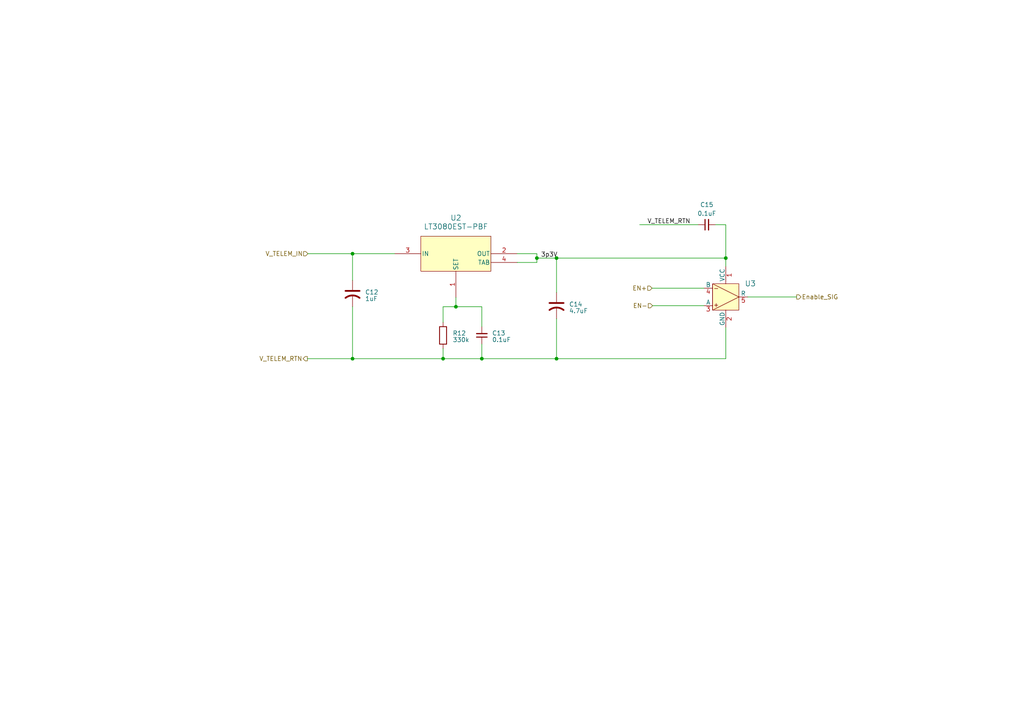
<source format=kicad_sch>
(kicad_sch
	(version 20250114)
	(generator "eeschema")
	(generator_version "9.0")
	(uuid "1441220c-bf1c-4bc8-8b2c-3326fd6ca38f")
	(paper "A4")
	(lib_symbols
		(symbol "Analog_Dev:LT3080EST-PBF"
			(pin_names
				(offset 0.254)
			)
			(exclude_from_sim no)
			(in_bom yes)
			(on_board yes)
			(property "Reference" "U"
				(at 10.16 16.51 0)
				(effects
					(font
						(size 1.524 1.524)
					)
				)
			)
			(property "Value" "LT3080EST-PBF"
				(at 10.16 13.97 0)
				(effects
					(font
						(size 1.524 1.524)
					)
				)
			)
			(property "Footprint" "SOT-3_ST_LIT"
				(at -14.224 13.208 0)
				(effects
					(font
						(size 1.27 1.27)
						(italic yes)
					)
					(hide yes)
				)
			)
			(property "Datasheet" "https://www.analog.com/media/en/technical-documentation/data-sheets/lt3080.pdf"
				(at -10.922 19.558 0)
				(effects
					(font
						(size 1.27 1.27)
						(italic yes)
					)
					(hide yes)
				)
			)
			(property "Description" "IC REG LIN POS ADJ 1.1A SOT223-3"
				(at -17.78 6.35 0)
				(effects
					(font
						(size 1.27 1.27)
					)
					(hide yes)
				)
			)
			(property "Manufacturer" "Analog Devices Inc."
				(at 0 0 0)
				(effects
					(font
						(size 1.27 1.27)
					)
					(hide yes)
				)
			)
			(property "Man. Part Num" "LT3080EST#PBF"
				(at 0 0 0)
				(effects
					(font
						(size 1.27 1.27)
					)
					(hide yes)
				)
			)
			(property "Distributor" "Digi-Key"
				(at 0 0 0)
				(effects
					(font
						(size 1.27 1.27)
					)
					(hide yes)
				)
			)
			(property "Dist. Part Num" "505-LT3080EST#PBF-ND"
				(at 0 0 0)
				(effects
					(font
						(size 1.27 1.27)
					)
					(hide yes)
				)
			)
			(property "Part Type" "SMD"
				(at 0 0 0)
				(effects
					(font
						(size 1.27 1.27)
					)
					(hide yes)
				)
			)
			(property "Package" "SOT223-3"
				(at 0 0 0)
				(effects
					(font
						(size 1.27 1.27)
					)
					(hide yes)
				)
			)
			(property "Notes" ""
				(at 0 0 0)
				(effects
					(font
						(size 1.27 1.27)
					)
					(hide yes)
				)
			)
			(property "ki_keywords" "LT3080EST#PBF"
				(at 0 0 0)
				(effects
					(font
						(size 1.27 1.27)
					)
					(hide yes)
				)
			)
			(property "ki_fp_filters" "SOT-3_ST_LIT SOT-3_ST_LIT-M SOT-3_ST_LIT-L"
				(at 0 0 0)
				(effects
					(font
						(size 1.27 1.27)
					)
					(hide yes)
				)
			)
			(symbol "LT3080EST-PBF_0_1"
				(pin power_in line
					(at -7.62 5.08 0)
					(length 7.62)
					(name "IN"
						(effects
							(font
								(size 1.27 1.27)
							)
						)
					)
					(number "3"
						(effects
							(font
								(size 1.27 1.27)
							)
						)
					)
				)
				(pin input line
					(at 10.16 -7.62 90)
					(length 7.62)
					(name "SET"
						(effects
							(font
								(size 1.27 1.27)
							)
						)
					)
					(number "1"
						(effects
							(font
								(size 1.27 1.27)
							)
						)
					)
				)
				(pin output line
					(at 27.94 5.08 180)
					(length 7.62)
					(name "OUT"
						(effects
							(font
								(size 1.27 1.27)
							)
						)
					)
					(number "2"
						(effects
							(font
								(size 1.27 1.27)
							)
						)
					)
				)
			)
			(symbol "LT3080EST-PBF_1_1"
				(rectangle
					(start 0 10.16)
					(end 20.32 0)
					(stroke
						(width 0)
						(type default)
					)
					(fill
						(type background)
					)
				)
				(pin output line
					(at 27.94 2.54 180)
					(length 7.62)
					(name "TAB"
						(effects
							(font
								(size 1.27 1.27)
							)
						)
					)
					(number "4"
						(effects
							(font
								(size 1.27 1.27)
							)
						)
					)
				)
			)
			(embedded_fonts no)
		)
		(symbol "Passive_Parts:C"
			(pin_numbers
				(hide yes)
			)
			(pin_names
				(offset 0)
				(hide yes)
			)
			(exclude_from_sim no)
			(in_bom yes)
			(on_board yes)
			(property "Reference" "C"
				(at 2.54 5.08 0)
				(effects
					(font
						(size 1.27 1.27)
					)
				)
			)
			(property "Value" ""
				(at 0 0 0)
				(effects
					(font
						(size 1.27 1.27)
					)
				)
			)
			(property "Footprint" ""
				(at 0 0 0)
				(effects
					(font
						(size 1.27 1.27)
					)
					(hide yes)
				)
			)
			(property "Datasheet" ""
				(at 0 0 0)
				(effects
					(font
						(size 1.27 1.27)
					)
					(hide yes)
				)
			)
			(property "Description" ""
				(at 0 0 0)
				(effects
					(font
						(size 1.27 1.27)
					)
					(hide yes)
				)
			)
			(property "Manufacturer" ""
				(at 0 0 0)
				(effects
					(font
						(size 1.27 1.27)
					)
					(hide yes)
				)
			)
			(property "Man. Part Num" ""
				(at 0 0 0)
				(effects
					(font
						(size 1.27 1.27)
					)
					(hide yes)
				)
			)
			(property "Distributor" "Digi-Key"
				(at 0 0 0)
				(effects
					(font
						(size 1.27 1.27)
					)
					(hide yes)
				)
			)
			(property "Dist. Part Num" ""
				(at 0 0 0)
				(effects
					(font
						(size 1.27 1.27)
					)
					(hide yes)
				)
			)
			(property "Package" ""
				(at 0 0 0)
				(effects
					(font
						(size 1.27 1.27)
					)
					(hide yes)
				)
			)
			(property "Part Type" "SMD"
				(at 0 0 0)
				(effects
					(font
						(size 1.27 1.27)
					)
					(hide yes)
				)
			)
			(property "Notes" ""
				(at 0 0 0)
				(effects
					(font
						(size 1.27 1.27)
					)
					(hide yes)
				)
			)
			(symbol "C_0_1"
				(polyline
					(pts
						(xy 2.032 1.016) (xy 2.032 4.064)
					)
					(stroke
						(width 0.3048)
						(type default)
					)
					(fill
						(type none)
					)
				)
				(polyline
					(pts
						(xy 3.048 1.016) (xy 3.048 4.064)
					)
					(stroke
						(width 0.3302)
						(type default)
					)
					(fill
						(type none)
					)
				)
			)
			(symbol "C_1_1"
				(pin passive line
					(at 0 2.54 0)
					(length 2.032)
					(name "~"
						(effects
							(font
								(size 1.27 1.27)
							)
						)
					)
					(number "1"
						(effects
							(font
								(size 1.27 1.27)
							)
						)
					)
				)
				(pin passive line
					(at 5.08 2.54 180)
					(length 2.032)
					(name "~"
						(effects
							(font
								(size 1.27 1.27)
							)
						)
					)
					(number "2"
						(effects
							(font
								(size 1.27 1.27)
							)
						)
					)
				)
			)
			(embedded_fonts no)
		)
		(symbol "Passive_Parts:C_Tantalum"
			(pin_numbers
				(hide yes)
			)
			(pin_names
				(offset 0)
				(hide yes)
			)
			(exclude_from_sim no)
			(in_bom yes)
			(on_board yes)
			(property "Reference" "C"
				(at 0 0 0)
				(effects
					(font
						(size 1.27 1.27)
					)
				)
			)
			(property "Value" ""
				(at 0 0 0)
				(effects
					(font
						(size 1.27 1.27)
					)
				)
			)
			(property "Footprint" ""
				(at 0 0 0)
				(effects
					(font
						(size 1.27 1.27)
					)
					(hide yes)
				)
			)
			(property "Datasheet" ""
				(at 0 0 0)
				(effects
					(font
						(size 1.27 1.27)
					)
					(hide yes)
				)
			)
			(property "Description" ""
				(at 0 0 0)
				(effects
					(font
						(size 1.27 1.27)
					)
					(hide yes)
				)
			)
			(property "Manufacturer" ""
				(at 0 0 0)
				(effects
					(font
						(size 1.27 1.27)
					)
					(hide yes)
				)
			)
			(property "Man. Part Num" ""
				(at 0 0 0)
				(effects
					(font
						(size 1.27 1.27)
					)
					(hide yes)
				)
			)
			(property "Distributor" "Digi-Key"
				(at 0 0 0)
				(effects
					(font
						(size 1.27 1.27)
					)
					(hide yes)
				)
			)
			(property "Dist. Part Num" ""
				(at 0 0 0)
				(effects
					(font
						(size 1.27 1.27)
					)
					(hide yes)
				)
			)
			(property "Part Type" ""
				(at 0 0 0)
				(effects
					(font
						(size 1.27 1.27)
					)
					(hide yes)
				)
			)
			(property "Package" ""
				(at 0 0 0)
				(effects
					(font
						(size 1.27 1.27)
					)
					(hide yes)
				)
			)
			(property "Notes" ""
				(at 0 0 0)
				(effects
					(font
						(size 1.27 1.27)
					)
					(hide yes)
				)
			)
			(symbol "C_Tantalum_0_1"
				(polyline
					(pts
						(xy 4.318 0.508) (xy 4.318 4.572)
					)
					(stroke
						(width 0.508)
						(type default)
					)
					(fill
						(type none)
					)
				)
				(arc
					(start 6.35 0.508)
					(mid 5.6372 2.54)
					(end 6.35 4.572)
					(stroke
						(width 0.508)
						(type default)
					)
					(fill
						(type none)
					)
				)
			)
			(symbol "C_Tantalum_1_1"
				(pin passive line
					(at 1.27 2.54 0)
					(length 2.794)
					(name "~"
						(effects
							(font
								(size 1.27 1.27)
							)
						)
					)
					(number "1"
						(effects
							(font
								(size 1.27 1.27)
							)
						)
					)
				)
				(pin passive line
					(at 8.89 2.54 180)
					(length 3.302)
					(name "~"
						(effects
							(font
								(size 1.27 1.27)
							)
						)
					)
					(number "2"
						(effects
							(font
								(size 1.27 1.27)
							)
						)
					)
				)
			)
			(embedded_fonts no)
		)
		(symbol "Passive_Parts:R"
			(pin_numbers
				(hide yes)
			)
			(pin_names
				(offset 0)
				(hide yes)
			)
			(exclude_from_sim no)
			(in_bom yes)
			(on_board yes)
			(property "Reference" "R"
				(at 2.54 5.08 0)
				(effects
					(font
						(size 1.27 1.27)
					)
				)
			)
			(property "Value" ""
				(at 0 0 0)
				(effects
					(font
						(size 1.27 1.27)
					)
				)
			)
			(property "Footprint" ""
				(at 0 0 0)
				(effects
					(font
						(size 1.27 1.27)
					)
					(hide yes)
				)
			)
			(property "Datasheet" ""
				(at 0 0 0)
				(effects
					(font
						(size 1.27 1.27)
					)
					(hide yes)
				)
			)
			(property "Description" ""
				(at 0 0 0)
				(effects
					(font
						(size 1.27 1.27)
					)
					(hide yes)
				)
			)
			(property "Manufacturer" ""
				(at 0 0 0)
				(effects
					(font
						(size 1.27 1.27)
					)
					(hide yes)
				)
			)
			(property "Man. Part Num" ""
				(at 0 0 0)
				(effects
					(font
						(size 1.27 1.27)
					)
					(hide yes)
				)
			)
			(property "Distributor" "Digi-Key"
				(at 0 0 0)
				(effects
					(font
						(size 1.27 1.27)
					)
					(hide yes)
				)
			)
			(property "Dist. Part Num" ""
				(at 0 0 0)
				(effects
					(font
						(size 1.27 1.27)
					)
					(hide yes)
				)
			)
			(property "Part Type" "SMD"
				(at 0 0 0)
				(effects
					(font
						(size 1.27 1.27)
					)
					(hide yes)
				)
			)
			(property "Notes" ""
				(at 0 0 0)
				(effects
					(font
						(size 1.27 1.27)
					)
					(hide yes)
				)
			)
			(property "Package" ""
				(at 0 0 0)
				(effects
					(font
						(size 1.27 1.27)
					)
					(hide yes)
				)
			)
			(symbol "R_0_1"
				(rectangle
					(start 5.08 1.524)
					(end 0 3.556)
					(stroke
						(width 0.254)
						(type default)
					)
					(fill
						(type none)
					)
				)
			)
			(symbol "R_1_1"
				(pin passive line
					(at -1.27 2.54 0)
					(length 1.27)
					(name "~"
						(effects
							(font
								(size 1.27 1.27)
							)
						)
					)
					(number "1"
						(effects
							(font
								(size 1.27 1.27)
							)
						)
					)
				)
				(pin passive line
					(at 6.35 2.54 180)
					(length 1.27)
					(name "~"
						(effects
							(font
								(size 1.27 1.27)
							)
						)
					)
					(number "2"
						(effects
							(font
								(size 1.27 1.27)
							)
						)
					)
				)
			)
			(embedded_fonts no)
		)
		(symbol "Texas Instruments:SN65LVDS2DBVR"
			(pin_names
				(offset 0)
			)
			(exclude_from_sim no)
			(in_bom yes)
			(on_board yes)
			(property "Reference" "U"
				(at 7.366 -2.54 0)
				(effects
					(font
						(size 1.524 1.524)
					)
				)
			)
			(property "Value" "SN65LVDS2DBVR"
				(at 16.002 -6.604 0)
				(effects
					(font
						(size 1.524 1.524)
					)
					(hide yes)
				)
			)
			(property "Footprint" "Texas Instruments:DBV5"
				(at 25.654 15.24 0)
				(effects
					(font
						(size 1.27 1.27)
						(italic yes)
					)
					(hide yes)
				)
			)
			(property "Datasheet" "https://www.ti.com/lit/ds/symlink/sn65lvds1.pdf?HQS=dis-dk-null-digikeymode-dsf-pf-null-wwe&ts=1743962241896&ref_url=https%253A%252F%252Fwww.ti.com%252Fgeneral%252Fdocs%252Fsuppproductinfo.tsp%253FdistId%253D10%2526gotoUrl%253Dhttps%253A%252F%252Fwww.ti.com%252Flit%252Fgpn%252Fsn65lvds1"
				(at 24.638 12.446 0)
				(effects
					(font
						(size 1.27 1.27)
						(italic yes)
					)
					(hide yes)
				)
			)
			(property "Description" "0/1 Receiver LVDS SOT-23-5"
				(at 12.7 -13.97 0)
				(effects
					(font
						(size 1.27 1.27)
					)
					(hide yes)
				)
			)
			(property "Manufacturer" "Texas Instruments"
				(at 0 0 0)
				(effects
					(font
						(size 1.27 1.27)
					)
					(hide yes)
				)
			)
			(property "Man. Part Num" "SN65LVDS2DBVR"
				(at 0 0 0)
				(effects
					(font
						(size 1.27 1.27)
					)
					(hide yes)
				)
			)
			(property "Distributor" "Digi-Key"
				(at 0 0 0)
				(effects
					(font
						(size 1.27 1.27)
					)
					(hide yes)
				)
			)
			(property "Dist. Part Num" "296-6920-1-ND"
				(at 0 0 0)
				(effects
					(font
						(size 1.27 1.27)
					)
					(hide yes)
				)
			)
			(property "Part Type" "SMD"
				(at 0 0 0)
				(effects
					(font
						(size 1.27 1.27)
					)
					(hide yes)
				)
			)
			(property "Package" "SOT-23-5"
				(at 0 0 0)
				(effects
					(font
						(size 1.27 1.27)
					)
					(hide yes)
				)
			)
			(property "Notes" ""
				(at 0 0 0)
				(effects
					(font
						(size 1.27 1.27)
					)
					(hide yes)
				)
			)
			(property "ki_keywords" "SN65LVDS2DBVR"
				(at 0 0 0)
				(effects
					(font
						(size 1.27 1.27)
					)
					(hide yes)
				)
			)
			(property "ki_fp_filters" "DBV5 DBV5-M DBV5-L"
				(at 0 0 0)
				(effects
					(font
						(size 1.27 1.27)
					)
					(hide yes)
				)
			)
			(symbol "SN65LVDS2DBVR_1_1"
				(rectangle
					(start 0 7.62)
					(end 7.62 0)
					(stroke
						(width 0)
						(type default)
					)
					(fill
						(type background)
					)
				)
				(polyline
					(pts
						(xy 0 0) (xy 0 7.62) (xy 7.62 3.81) (xy 0 0)
					)
					(stroke
						(width 0)
						(type default)
					)
					(fill
						(type none)
					)
				)
				(text "-"
					(at 1.016 6.35 0)
					(effects
						(font
							(size 1.27 1.27)
						)
					)
				)
				(text "+"
					(at 1.016 1.524 0)
					(effects
						(font
							(size 1.27 1.27)
						)
					)
				)
				(pin input line
					(at -2.54 6.35 0)
					(length 2.54)
					(name "B"
						(effects
							(font
								(size 1.27 1.27)
							)
						)
					)
					(number "4"
						(effects
							(font
								(size 1.27 1.27)
							)
						)
					)
				)
				(pin input line
					(at -2.54 1.27 0)
					(length 2.54)
					(name "A"
						(effects
							(font
								(size 1.27 1.27)
							)
						)
					)
					(number "3"
						(effects
							(font
								(size 1.27 1.27)
							)
						)
					)
				)
				(pin power_in line
					(at 3.81 12.7 270)
					(length 5.08)
					(name "VCC"
						(effects
							(font
								(size 1.27 1.27)
							)
						)
					)
					(number "1"
						(effects
							(font
								(size 1.27 1.27)
							)
						)
					)
				)
				(pin power_in line
					(at 3.81 -5.08 90)
					(length 5.08)
					(name "GND"
						(effects
							(font
								(size 1.27 1.27)
							)
						)
					)
					(number "2"
						(effects
							(font
								(size 1.27 1.27)
							)
						)
					)
				)
				(pin output line
					(at 10.16 3.81 180)
					(length 2.54)
					(name "R"
						(effects
							(font
								(size 1.27 1.27)
							)
						)
					)
					(number "5"
						(effects
							(font
								(size 1.27 1.27)
							)
						)
					)
				)
			)
			(embedded_fonts no)
		)
	)
	(junction
		(at 102.2504 104.0337)
		(diameter 0)
		(color 0 0 0 0)
		(uuid "0b2d677e-401d-4953-8edc-9ad36ed73f11")
	)
	(junction
		(at 161.4155 74.8585)
		(diameter 0)
		(color 0 0 0 0)
		(uuid "0e1b9bda-6803-454c-ac0b-b41be3c99702")
	)
	(junction
		(at 132.2312 88.9682)
		(diameter 0)
		(color 0 0 0 0)
		(uuid "3ec9b077-7597-4d71-9449-96fbceb58489")
	)
	(junction
		(at 155.7169 74.8585)
		(diameter 0)
		(color 0 0 0 0)
		(uuid "4e9f8f44-0bbe-41a5-a97f-11f39098a4fb")
	)
	(junction
		(at 102.2504 73.5827)
		(diameter 0)
		(color 0 0 0 0)
		(uuid "59c3472a-472b-4183-bcb7-974038ae36d2")
	)
	(junction
		(at 161.4155 104.0337)
		(diameter 0)
		(color 0 0 0 0)
		(uuid "8231ae32-9de4-4db8-8770-4c544d1efb4b")
	)
	(junction
		(at 128.5128 104.0337)
		(diameter 0)
		(color 0 0 0 0)
		(uuid "9af00210-4725-4063-a03d-586f6541612b")
	)
	(junction
		(at 210.5079 74.8585)
		(diameter 0)
		(color 0 0 0 0)
		(uuid "a42a27a4-197f-4fdb-9ec9-22f4e35be006")
	)
	(junction
		(at 139.7491 104.0337)
		(diameter 0)
		(color 0 0 0 0)
		(uuid "c6a10550-ddfc-4b1d-8c7b-d4df66639143")
	)
	(wire
		(pts
			(xy 155.7169 73.5827) (xy 155.7169 74.8585)
		)
		(stroke
			(width 0)
			(type default)
		)
		(uuid "0f0d10d3-d130-45f5-84db-fcb333994911")
	)
	(wire
		(pts
			(xy 216.8579 86.129) (xy 231.0665 86.129)
		)
		(stroke
			(width 0)
			(type default)
		)
		(uuid "0fb5e6be-76ee-46fb-85d6-e68c9c554272")
	)
	(wire
		(pts
			(xy 139.7491 104.0337) (xy 128.5128 104.0337)
		)
		(stroke
			(width 0)
			(type default)
		)
		(uuid "3488af20-81d6-49e7-a21b-8f04f48544b4")
	)
	(wire
		(pts
			(xy 128.5128 93.4751) (xy 128.5128 88.9682)
		)
		(stroke
			(width 0)
			(type default)
		)
		(uuid "37661486-a66d-4e20-a2e0-d73f77b8cd95")
	)
	(wire
		(pts
			(xy 207.5391 65.18) (xy 210.5079 65.18)
		)
		(stroke
			(width 0)
			(type default)
		)
		(uuid "44202349-cafa-40f5-b022-e8fe0ae3ee07")
	)
	(wire
		(pts
			(xy 128.5128 88.9682) (xy 132.2312 88.9682)
		)
		(stroke
			(width 0)
			(type default)
		)
		(uuid "47dbc6d4-c0a2-415e-803c-e859e04cc4c9")
	)
	(wire
		(pts
			(xy 139.7491 88.9682) (xy 132.2312 88.9682)
		)
		(stroke
			(width 0)
			(type default)
		)
		(uuid "5a99e415-045b-4698-a22e-02d93efeccb2")
	)
	(wire
		(pts
			(xy 132.2312 88.9682) (xy 132.2312 86.2827)
		)
		(stroke
			(width 0)
			(type default)
		)
		(uuid "5d2757a5-9b08-44c0-945b-f4fab21857ee")
	)
	(wire
		(pts
			(xy 102.2504 73.5827) (xy 89.3087 73.5827)
		)
		(stroke
			(width 0)
			(type default)
		)
		(uuid "60e765c6-9dbf-4ce6-a778-e0df9b749870")
	)
	(wire
		(pts
			(xy 102.2504 81.3194) (xy 102.2504 73.5827)
		)
		(stroke
			(width 0)
			(type default)
		)
		(uuid "6750108d-8713-4cbf-a338-5253daf54528")
	)
	(wire
		(pts
			(xy 155.7169 74.8585) (xy 161.4155 74.8585)
		)
		(stroke
			(width 0)
			(type default)
		)
		(uuid "75bb831e-493a-4ec2-95b5-c4d8a6c65922")
	)
	(wire
		(pts
			(xy 102.2504 73.5827) (xy 114.4512 73.5827)
		)
		(stroke
			(width 0)
			(type default)
		)
		(uuid "77639d8a-ae37-4a4e-a187-ba656a594b09")
	)
	(wire
		(pts
			(xy 128.5128 104.0337) (xy 128.5128 101.0951)
		)
		(stroke
			(width 0)
			(type default)
		)
		(uuid "7e84ba83-17e1-42fc-a8ae-b11ad767377a")
	)
	(wire
		(pts
			(xy 204.1579 83.589) (xy 189.1242 83.589)
		)
		(stroke
			(width 0)
			(type default)
		)
		(uuid "84728a91-c5ec-43b3-8287-445f09f50299")
	)
	(wire
		(pts
			(xy 210.5079 65.18) (xy 210.5079 74.8585)
		)
		(stroke
			(width 0)
			(type default)
		)
		(uuid "8bf54fcf-68ac-4f55-b4a4-8609059ad8cc")
	)
	(wire
		(pts
			(xy 150.0112 73.5827) (xy 155.7169 73.5827)
		)
		(stroke
			(width 0)
			(type default)
		)
		(uuid "953dae32-13bd-42e5-a892-f0b1a67cf50f")
	)
	(wire
		(pts
			(xy 202.4591 65.18) (xy 185.536 65.18)
		)
		(stroke
			(width 0)
			(type default)
		)
		(uuid "9a7fe50a-9e13-4733-9515-006676400cbf")
	)
	(wire
		(pts
			(xy 204.1579 88.669) (xy 189.2782 88.669)
		)
		(stroke
			(width 0)
			(type default)
		)
		(uuid "9ae6d37d-3e0f-4032-9f49-6d9184e184bd")
	)
	(wire
		(pts
			(xy 155.7169 76.1227) (xy 150.0112 76.1227)
		)
		(stroke
			(width 0)
			(type default)
		)
		(uuid "b0eb45a6-65ed-40a5-b315-b4a97e4020ab")
	)
	(wire
		(pts
			(xy 210.5079 74.8585) (xy 210.5079 77.239)
		)
		(stroke
			(width 0)
			(type default)
		)
		(uuid "b1e881f0-6e45-4ff9-a5c8-e8b00a075dcb")
	)
	(wire
		(pts
			(xy 155.7169 74.8585) (xy 155.7169 76.1227)
		)
		(stroke
			(width 0)
			(type default)
		)
		(uuid "bd3501c3-6435-4e8c-876c-fb4bfa8f164e")
	)
	(wire
		(pts
			(xy 102.2504 104.0337) (xy 102.2504 88.9394)
		)
		(stroke
			(width 0)
			(type default)
		)
		(uuid "be5ba5d2-8eed-4451-8122-378babd2ce98")
	)
	(wire
		(pts
			(xy 161.4155 104.0337) (xy 139.7491 104.0337)
		)
		(stroke
			(width 0)
			(type default)
		)
		(uuid "cbdf0bbc-5565-49ef-9821-0726b9e7bd3a")
	)
	(wire
		(pts
			(xy 161.4155 74.8585) (xy 210.5079 74.8585)
		)
		(stroke
			(width 0)
			(type default)
		)
		(uuid "ccc99978-f77b-4528-909d-a38744c5deec")
	)
	(wire
		(pts
			(xy 161.4155 84.834) (xy 161.4155 74.8585)
		)
		(stroke
			(width 0)
			(type default)
		)
		(uuid "ceafc134-bea1-48cd-8cd4-5c881b74d311")
	)
	(wire
		(pts
			(xy 102.2504 104.0337) (xy 128.5128 104.0337)
		)
		(stroke
			(width 0)
			(type default)
		)
		(uuid "cee7caaf-33dd-451a-aaf5-be8eb0da0451")
	)
	(wire
		(pts
			(xy 161.4155 92.454) (xy 161.4155 104.0337)
		)
		(stroke
			(width 0)
			(type default)
		)
		(uuid "d9f6d184-06bc-4c2b-9bee-7996cf63b399")
	)
	(wire
		(pts
			(xy 210.5079 95.019) (xy 210.5079 104.0337)
		)
		(stroke
			(width 0)
			(type default)
		)
		(uuid "e3e5afa2-465f-4cf4-9814-2214b86aff0e")
	)
	(wire
		(pts
			(xy 139.7491 94.7308) (xy 139.7491 88.9682)
		)
		(stroke
			(width 0)
			(type default)
		)
		(uuid "f2815930-ac3a-408f-8092-fd6144e8360f")
	)
	(wire
		(pts
			(xy 139.7491 99.8108) (xy 139.7491 104.0337)
		)
		(stroke
			(width 0)
			(type default)
		)
		(uuid "f787b9e9-ffad-481a-ac53-23f37c26f491")
	)
	(wire
		(pts
			(xy 210.5079 104.0337) (xy 161.4155 104.0337)
		)
		(stroke
			(width 0)
			(type default)
		)
		(uuid "fa699b11-57c9-4cdc-bb7d-e20d1872a022")
	)
	(wire
		(pts
			(xy 89.1546 104.0337) (xy 102.2504 104.0337)
		)
		(stroke
			(width 0)
			(type default)
		)
		(uuid "fdca15a7-a2d7-46e3-a55d-546862858bf1")
	)
	(label "V_TELEM_RTN"
		(at 187.7316 65.18 0)
		(effects
			(font
				(size 1.27 1.27)
			)
			(justify left bottom)
		)
		(uuid "59ec8683-2be5-4fbc-bd2c-f4bc9d52c226")
	)
	(label "3p3V"
		(at 156.8725 74.8585 0)
		(effects
			(font
				(size 1.27 1.27)
			)
			(justify left bottom)
		)
		(uuid "f7b5086f-3470-403c-9618-fbab5854c826")
	)
	(hierarchical_label "V_TELEM_IN"
		(shape input)
		(at 89.3087 73.5827 180)
		(effects
			(font
				(size 1.27 1.27)
			)
			(justify right)
		)
		(uuid "2dfef5cb-303d-4a68-a668-83328e408829")
	)
	(hierarchical_label "Enable_SIG"
		(shape output)
		(at 231.0665 86.129 0)
		(effects
			(font
				(size 1.27 1.27)
			)
			(justify left)
		)
		(uuid "3218775d-8990-49a3-927c-8366a2e3930b")
	)
	(hierarchical_label "V_TELEM_RTN"
		(shape output)
		(at 89.1546 104.0337 180)
		(effects
			(font
				(size 1.27 1.27)
			)
			(justify right)
		)
		(uuid "3de18445-3e5a-4526-8aa8-134798c0b55d")
	)
	(hierarchical_label "EN+"
		(shape input)
		(at 189.1242 83.589 180)
		(effects
			(font
				(size 1.27 1.27)
			)
			(justify right)
		)
		(uuid "73a6177e-dcfa-4420-bd8e-b1b7d50c8668")
	)
	(hierarchical_label "EN-"
		(shape input)
		(at 189.2782 88.669 180)
		(effects
			(font
				(size 1.27 1.27)
			)
			(justify right)
		)
		(uuid "f003680c-17fc-4719-9c14-d68a6f4b8af8")
	)
	(symbol
		(lib_id "Passive_Parts:R")
		(at 131.0528 99.8251 90)
		(unit 1)
		(exclude_from_sim no)
		(in_bom yes)
		(on_board yes)
		(dnp no)
		(fields_autoplaced yes)
		(uuid "3179b217-b01c-4bec-8291-6a314251ad87")
		(property "Reference" "R12"
			(at 131.272 96.65 90)
			(effects
				(font
					(size 1.27 1.27)
				)
				(justify right)
			)
		)
		(property "Value" "330k"
			(at 131.272 98.5551 90)
			(effects
				(font
					(size 1.27 1.27)
				)
				(justify right)
			)
		)
		(property "Footprint" "Resistor_SMD:R_0603_1608Metric"
			(at 131.0528 99.8251 0)
			(effects
				(font
					(size 1.27 1.27)
				)
				(hide yes)
			)
		)
		(property "Datasheet" "https://industrial.panasonic.com/cdbs/www-data/pdf/RDM0000/AOA0000C307.pdf"
			(at 131.0528 99.8251 0)
			(effects
				(font
					(size 1.27 1.27)
				)
				(hide yes)
			)
		)
		(property "Description" "330 kOhms ±0.1% 0.1W, 1/10W Chip Resistor 0603 (1608 Metric) Automotive AEC-Q200 Thin Film"
			(at 131.0528 99.8251 0)
			(effects
				(font
					(size 1.27 1.27)
				)
				(hide yes)
			)
		)
		(property "Manufacturer" "Panasonic Electronic Components"
			(at 131.0528 99.8251 0)
			(effects
				(font
					(size 1.27 1.27)
				)
				(hide yes)
			)
		)
		(property "Man. Part Num" "ERA-3AEB334V"
			(at 131.0528 99.8251 0)
			(effects
				(font
					(size 1.27 1.27)
				)
				(hide yes)
			)
		)
		(property "Distributor" "Digi-Key"
			(at 131.0528 99.8251 0)
			(effects
				(font
					(size 1.27 1.27)
				)
				(hide yes)
			)
		)
		(property "Dist. Part Num" "P330KDBCT-ND"
			(at 131.0528 99.8251 0)
			(effects
				(font
					(size 1.27 1.27)
				)
				(hide yes)
			)
		)
		(property "Part Type" "SMD"
			(at 131.0528 99.8251 0)
			(effects
				(font
					(size 1.27 1.27)
				)
				(hide yes)
			)
		)
		(property "Notes" ""
			(at 131.0528 99.8251 0)
			(effects
				(font
					(size 1.27 1.27)
				)
				(hide yes)
			)
		)
		(property "Package" "0603 (1608 Metric)"
			(at 131.0528 99.8251 0)
			(effects
				(font
					(size 1.27 1.27)
				)
				(hide yes)
			)
		)
		(pin "2"
			(uuid "98fbc507-662d-490e-913d-7c5729999f03")
		)
		(pin "1"
			(uuid "97ea2a02-8fc3-42a9-8fef-10045cb44bf8")
		)
		(instances
			(project ""
				(path "/94df1f99-9187-47ff-8ecb-88b17ef7c541/0eb8a9cf-40b0-44d8-830e-4e15c68355c9"
					(reference "R12")
					(unit 1)
				)
			)
		)
	)
	(symbol
		(lib_id "Passive_Parts:C")
		(at 142.2891 99.8108 90)
		(unit 1)
		(exclude_from_sim no)
		(in_bom yes)
		(on_board yes)
		(dnp no)
		(fields_autoplaced yes)
		(uuid "47311e0e-af51-43a8-b90f-86e8836a464c")
		(property "Reference" "C13"
			(at 142.702 96.6293 90)
			(effects
				(font
					(size 1.27 1.27)
				)
				(justify right)
			)
		)
		(property "Value" "0.1uF"
			(at 142.702 98.5344 90)
			(effects
				(font
					(size 1.27 1.27)
				)
				(justify right)
			)
		)
		(property "Footprint" "Capacitor_SMD:C_0603_1608Metric"
			(at 142.2891 99.8108 0)
			(effects
				(font
					(size 1.27 1.27)
				)
				(hide yes)
			)
		)
		(property "Datasheet" "https://www.yageo.com/en/Chart/Download/pdf/CC0603KRX7R7BB104"
			(at 142.2891 99.8108 0)
			(effects
				(font
					(size 1.27 1.27)
				)
				(hide yes)
			)
		)
		(property "Description" "0.1 µF ±10% 16V Ceramic Capacitor X7R 0603 (1608 Metric)"
			(at 142.2891 99.8108 0)
			(effects
				(font
					(size 1.27 1.27)
				)
				(hide yes)
			)
		)
		(property "Manufacturer" "YAGEO"
			(at 142.2891 99.8108 0)
			(effects
				(font
					(size 1.27 1.27)
				)
				(hide yes)
			)
		)
		(property "Man. Part Num" "CC0603KRX7R7BB104"
			(at 142.2891 99.8108 0)
			(effects
				(font
					(size 1.27 1.27)
				)
				(hide yes)
			)
		)
		(property "Distributor" "Digi-Key"
			(at 142.2891 99.8108 0)
			(effects
				(font
					(size 1.27 1.27)
				)
				(hide yes)
			)
		)
		(property "Dist. Part Num" "311-1088-1-ND"
			(at 142.2891 99.8108 0)
			(effects
				(font
					(size 1.27 1.27)
				)
				(hide yes)
			)
		)
		(property "Package" "0603 (1608 Metric)"
			(at 142.2891 99.8108 0)
			(effects
				(font
					(size 1.27 1.27)
				)
				(hide yes)
			)
		)
		(property "Part Type" "SMD"
			(at 142.2891 99.8108 0)
			(effects
				(font
					(size 1.27 1.27)
				)
				(hide yes)
			)
		)
		(property "Notes" ""
			(at 142.2891 99.8108 0)
			(effects
				(font
					(size 1.27 1.27)
				)
				(hide yes)
			)
		)
		(pin "2"
			(uuid "745d5f07-4700-4953-802e-ae1f0eb69304")
		)
		(pin "1"
			(uuid "ce075e10-fc39-475e-b815-f94a44f7a05f")
		)
		(instances
			(project ""
				(path "/94df1f99-9187-47ff-8ecb-88b17ef7c541/0eb8a9cf-40b0-44d8-830e-4e15c68355c9"
					(reference "C13")
					(unit 1)
				)
			)
		)
	)
	(symbol
		(lib_id "Texas Instruments:SN65LVDS2DBVR")
		(at 206.6979 89.939 0)
		(unit 1)
		(exclude_from_sim no)
		(in_bom yes)
		(on_board yes)
		(dnp no)
		(fields_autoplaced yes)
		(uuid "7916ec3a-6b5b-4aa2-b844-41f9b9c03962")
		(property "Reference" "U3"
			(at 217.632 82.2488 0)
			(effects
				(font
					(size 1.524 1.524)
				)
			)
		)
		(property "Value" "SN65LVDS2DBVR"
			(at 222.6999 96.543 0)
			(effects
				(font
					(size 1.524 1.524)
				)
				(hide yes)
			)
		)
		(property "Footprint" "Texas_Instruments:DBV5"
			(at 232.3519 74.699 0)
			(effects
				(font
					(size 1.27 1.27)
					(italic yes)
				)
				(hide yes)
			)
		)
		(property "Datasheet" "https://www.ti.com/lit/ds/symlink/sn65lvds1.pdf?HQS=dis-dk-null-digikeymode-dsf-pf-null-wwe&ts=1743962241896&ref_url=https%253A%252F%252Fwww.ti.com%252Fgeneral%252Fdocs%252Fsuppproductinfo.tsp%253FdistId%253D10%2526gotoUrl%253Dhttps%253A%252F%252Fwww.ti.com%252Flit%252Fgpn%252Fsn65lvds1"
			(at 231.3359 77.493 0)
			(effects
				(font
					(size 1.27 1.27)
					(italic yes)
				)
				(hide yes)
			)
		)
		(property "Description" "0/1 Receiver LVDS SOT-23-5"
			(at 219.3979 103.909 0)
			(effects
				(font
					(size 1.27 1.27)
				)
				(hide yes)
			)
		)
		(property "Manufacturer" "Texas Instruments"
			(at 206.6979 89.939 0)
			(effects
				(font
					(size 1.27 1.27)
				)
				(hide yes)
			)
		)
		(property "Man. Part Num" "SN65LVDS2DBVR"
			(at 206.6979 89.939 0)
			(effects
				(font
					(size 1.27 1.27)
				)
				(hide yes)
			)
		)
		(property "Distributor" "Digi-Key"
			(at 206.6979 89.939 0)
			(effects
				(font
					(size 1.27 1.27)
				)
				(hide yes)
			)
		)
		(property "Dist. Part Num" "296-6920-1-ND"
			(at 206.6979 89.939 0)
			(effects
				(font
					(size 1.27 1.27)
				)
				(hide yes)
			)
		)
		(property "Part Type" "SMD"
			(at 206.6979 89.939 0)
			(effects
				(font
					(size 1.27 1.27)
				)
				(hide yes)
			)
		)
		(property "Package" "SOT-23-5"
			(at 206.6979 89.939 0)
			(effects
				(font
					(size 1.27 1.27)
				)
				(hide yes)
			)
		)
		(property "Notes" ""
			(at 206.6979 89.939 0)
			(effects
				(font
					(size 1.27 1.27)
				)
				(hide yes)
			)
		)
		(pin "2"
			(uuid "44457b45-5fbc-42b6-9957-d4dac7f29b9c")
		)
		(pin "3"
			(uuid "9bc92f50-c56e-4a1d-9201-76273bb0af47")
		)
		(pin "1"
			(uuid "62e7c7bd-08fd-4c9d-abf3-223dd2ad94f3")
		)
		(pin "5"
			(uuid "129f731a-ff4c-45a5-b1a9-57550d017958")
		)
		(pin "4"
			(uuid "3ad38cd6-b682-48c1-9097-b3005b1ce8ad")
		)
		(instances
			(project ""
				(path "/94df1f99-9187-47ff-8ecb-88b17ef7c541/0eb8a9cf-40b0-44d8-830e-4e15c68355c9"
					(reference "U3")
					(unit 1)
				)
			)
		)
	)
	(symbol
		(lib_id "Analog_Dev:LT3080EST-PBF")
		(at 122.0712 78.6627 0)
		(unit 1)
		(exclude_from_sim no)
		(in_bom yes)
		(on_board yes)
		(dnp no)
		(fields_autoplaced yes)
		(uuid "812d5566-645a-43e5-9a6c-3b71606e288a")
		(property "Reference" "U2"
			(at 132.2312 63.1912 0)
			(effects
				(font
					(size 1.524 1.524)
				)
			)
		)
		(property "Value" "LT3080EST-PBF"
			(at 132.2312 65.7312 0)
			(effects
				(font
					(size 1.524 1.524)
				)
			)
		)
		(property "Footprint" "Analog_Devices:SOT-3_ST_LIT"
			(at 107.8472 65.4547 0)
			(effects
				(font
					(size 1.27 1.27)
					(italic yes)
				)
				(hide yes)
			)
		)
		(property "Datasheet" "https://www.analog.com/media/en/technical-documentation/data-sheets/lt3080.pdf"
			(at 111.1492 59.1047 0)
			(effects
				(font
					(size 1.27 1.27)
					(italic yes)
				)
				(hide yes)
			)
		)
		(property "Description" "IC REG LIN POS ADJ 1.1A SOT223-3"
			(at 104.2912 72.3127 0)
			(effects
				(font
					(size 1.27 1.27)
				)
				(hide yes)
			)
		)
		(property "Manufacturer" "Analog Devices Inc."
			(at 122.0712 78.6627 0)
			(effects
				(font
					(size 1.27 1.27)
				)
				(hide yes)
			)
		)
		(property "Man. Part Num" "LT3080EST#PBF"
			(at 122.0712 78.6627 0)
			(effects
				(font
					(size 1.27 1.27)
				)
				(hide yes)
			)
		)
		(property "Distributor" "Digi-Key"
			(at 122.0712 78.6627 0)
			(effects
				(font
					(size 1.27 1.27)
				)
				(hide yes)
			)
		)
		(property "Dist. Part Num" "505-LT3080EST#PBF-ND"
			(at 122.0712 78.6627 0)
			(effects
				(font
					(size 1.27 1.27)
				)
				(hide yes)
			)
		)
		(property "Part Type" "SMD"
			(at 122.0712 78.6627 0)
			(effects
				(font
					(size 1.27 1.27)
				)
				(hide yes)
			)
		)
		(property "Package" "SOT223-3"
			(at 122.0712 78.6627 0)
			(effects
				(font
					(size 1.27 1.27)
				)
				(hide yes)
			)
		)
		(property "Notes" ""
			(at 122.0712 78.6627 0)
			(effects
				(font
					(size 1.27 1.27)
				)
				(hide yes)
			)
		)
		(pin "4"
			(uuid "636c15a7-2912-424f-8bf6-a7b8a1b83321")
		)
		(pin "2"
			(uuid "a775e5f9-ab3f-438f-abe0-bb1757b69c31")
		)
		(pin "1"
			(uuid "0350cae2-eba8-4e9e-8a48-0b571ed75578")
		)
		(pin "3"
			(uuid "d0bb91c8-2697-4bb1-8bb3-854a52ce4165")
		)
		(instances
			(project ""
				(path "/94df1f99-9187-47ff-8ecb-88b17ef7c541/0eb8a9cf-40b0-44d8-830e-4e15c68355c9"
					(reference "U2")
					(unit 1)
				)
			)
		)
	)
	(symbol
		(lib_id "Passive_Parts:C_Tantalum")
		(at 158.8755 83.564 270)
		(unit 1)
		(exclude_from_sim no)
		(in_bom yes)
		(on_board yes)
		(dnp no)
		(fields_autoplaced yes)
		(uuid "8e13393d-281e-437c-a6cf-15a6160a9325")
		(property "Reference" "C14"
			(at 165.0371 88.2629 90)
			(effects
				(font
					(size 1.27 1.27)
				)
				(justify left)
			)
		)
		(property "Value" "4.7uF"
			(at 165.0371 90.168 90)
			(effects
				(font
					(size 1.27 1.27)
				)
				(justify left)
			)
		)
		(property "Footprint" "Capacitor_Tantalum_SMD:CP_EIA-3216-10_Kemet-I"
			(at 158.8755 83.564 0)
			(effects
				(font
					(size 1.27 1.27)
				)
				(hide yes)
			)
		)
		(property "Datasheet" "https://datasheets.kyocera-avx.com/TAJ.pdf"
			(at 158.8755 83.564 0)
			(effects
				(font
					(size 1.27 1.27)
				)
				(hide yes)
			)
		)
		(property "Description" "4.7 µF Molded Tantalum Capacitors 16 V 1206 (3216 Metric) 4Ohm"
			(at 158.8755 83.564 0)
			(effects
				(font
					(size 1.27 1.27)
				)
				(hide yes)
			)
		)
		(property "Manufacturer" "KYOCERA AVX"
			(at 158.8755 83.564 0)
			(effects
				(font
					(size 1.27 1.27)
				)
				(hide yes)
			)
		)
		(property "Man. Part Num" "TAJA475K016RNJ"
			(at 158.8755 83.564 0)
			(effects
				(font
					(size 1.27 1.27)
				)
				(hide yes)
			)
		)
		(property "Distributor" "Digi-Key"
			(at 158.8755 83.564 0)
			(effects
				(font
					(size 1.27 1.27)
				)
				(hide yes)
			)
		)
		(property "Dist. Part Num" "478-3868-1-ND"
			(at 158.8755 83.564 0)
			(effects
				(font
					(size 1.27 1.27)
				)
				(hide yes)
			)
		)
		(property "Part Type" "SMD"
			(at 158.8755 83.564 0)
			(effects
				(font
					(size 1.27 1.27)
				)
				(hide yes)
			)
		)
		(property "Package" "1206 (3216 Metric)"
			(at 158.8755 83.564 0)
			(effects
				(font
					(size 1.27 1.27)
				)
				(hide yes)
			)
		)
		(property "Notes" ""
			(at 158.8755 83.564 0)
			(effects
				(font
					(size 1.27 1.27)
				)
				(hide yes)
			)
		)
		(pin "1"
			(uuid "047da1e4-77cb-440a-bf01-c30fdf3ce234")
		)
		(pin "2"
			(uuid "d0f22bf5-60bf-408f-8ecb-829150bc8634")
		)
		(instances
			(project "CAEN_NEVIS_DAQ_12V"
				(path "/94df1f99-9187-47ff-8ecb-88b17ef7c541/0eb8a9cf-40b0-44d8-830e-4e15c68355c9"
					(reference "C14")
					(unit 1)
				)
			)
		)
	)
	(symbol
		(lib_id "Passive_Parts:C")
		(at 202.4591 67.72 0)
		(unit 1)
		(exclude_from_sim no)
		(in_bom yes)
		(on_board yes)
		(dnp no)
		(fields_autoplaced yes)
		(uuid "945542af-643f-4f52-9775-dac6375a9eee")
		(property "Reference" "C15"
			(at 205.0054 59.3812 0)
			(effects
				(font
					(size 1.27 1.27)
				)
			)
		)
		(property "Value" "0.1uF"
			(at 205.0054 61.9212 0)
			(effects
				(font
					(size 1.27 1.27)
				)
			)
		)
		(property "Footprint" "Capacitor_SMD:C_0402_1005Metric"
			(at 202.4591 67.72 0)
			(effects
				(font
					(size 1.27 1.27)
				)
				(hide yes)
			)
		)
		(property "Datasheet" "https://mm.digikey.com/Volume0/opasdata/d220001/medias/docus/609/CL05B104KP5NNNC_Spec.pdf"
			(at 202.4591 67.72 0)
			(effects
				(font
					(size 1.27 1.27)
				)
				(hide yes)
			)
		)
		(property "Description" "0.1 µF ±10% 10V Ceramic Capacitor X7R 0402 (1005 Metric)"
			(at 202.4591 67.72 0)
			(effects
				(font
					(size 1.27 1.27)
				)
				(hide yes)
			)
		)
		(property "Manufacturer" "Samsung Electro-Mechanics"
			(at 202.4591 67.72 0)
			(effects
				(font
					(size 1.27 1.27)
				)
				(hide yes)
			)
		)
		(property "Man. Part Num" "CL05B104KP5NNNC"
			(at 202.4591 67.72 0)
			(effects
				(font
					(size 1.27 1.27)
				)
				(hide yes)
			)
		)
		(property "Distributor" "Digi-Key"
			(at 202.4591 67.72 0)
			(effects
				(font
					(size 1.27 1.27)
				)
				(hide yes)
			)
		)
		(property "Dist. Part Num" "1276-1002-1-ND"
			(at 202.4591 67.72 0)
			(effects
				(font
					(size 1.27 1.27)
				)
				(hide yes)
			)
		)
		(property "Package" "0402 (1005 Metric)"
			(at 202.4591 67.72 0)
			(effects
				(font
					(size 1.27 1.27)
				)
				(hide yes)
			)
		)
		(property "Part Type" "SMD"
			(at 202.4591 67.72 0)
			(effects
				(font
					(size 1.27 1.27)
				)
				(hide yes)
			)
		)
		(property "Notes" ""
			(at 202.4591 67.72 0)
			(effects
				(font
					(size 1.27 1.27)
				)
				(hide yes)
			)
		)
		(pin "2"
			(uuid "08eab877-02f7-4ac6-b1c7-3bea6d56e59b")
		)
		(pin "1"
			(uuid "bc7df3fa-d467-478a-9df1-a3215d75139f")
		)
		(instances
			(project ""
				(path "/94df1f99-9187-47ff-8ecb-88b17ef7c541/0eb8a9cf-40b0-44d8-830e-4e15c68355c9"
					(reference "C15")
					(unit 1)
				)
			)
		)
	)
	(symbol
		(lib_id "Passive_Parts:C_Tantalum")
		(at 99.7104 80.0494 270)
		(unit 1)
		(exclude_from_sim no)
		(in_bom yes)
		(on_board yes)
		(dnp no)
		(fields_autoplaced yes)
		(uuid "eaebfb21-8de5-4f97-aa8d-b8223344b340")
		(property "Reference" "C12"
			(at 105.872 84.7483 90)
			(effects
				(font
					(size 1.27 1.27)
				)
				(justify left)
			)
		)
		(property "Value" "1uF"
			(at 105.872 86.6534 90)
			(effects
				(font
					(size 1.27 1.27)
				)
				(justify left)
			)
		)
		(property "Footprint" "Capacitor_Tantalum_SMD:CP_EIA-3216-10_Kemet-I"
			(at 99.7104 80.0494 0)
			(effects
				(font
					(size 1.27 1.27)
				)
				(hide yes)
			)
		)
		(property "Datasheet" "https://datasheets.kyocera-avx.com/TAJ.pdf"
			(at 99.7104 80.0494 0)
			(effects
				(font
					(size 1.27 1.27)
				)
				(hide yes)
			)
		)
		(property "Description" "1 µF Molded Tantalum Capacitors 16 V 1206 (3216 Metric) 11Ohm"
			(at 99.7104 80.0494 0)
			(effects
				(font
					(size 1.27 1.27)
				)
				(hide yes)
			)
		)
		(property "Manufacturer" "KYOCERA AVX"
			(at 99.7104 80.0494 0)
			(effects
				(font
					(size 1.27 1.27)
				)
				(hide yes)
			)
		)
		(property "Man. Part Num" "TAJA105K016RNJ"
			(at 99.7104 80.0494 0)
			(effects
				(font
					(size 1.27 1.27)
				)
				(hide yes)
			)
		)
		(property "Distributor" "Digi-Key"
			(at 99.7104 80.0494 0)
			(effects
				(font
					(size 1.27 1.27)
				)
				(hide yes)
			)
		)
		(property "Dist. Part Num" "478-1649-1-ND"
			(at 99.7104 80.0494 0)
			(effects
				(font
					(size 1.27 1.27)
				)
				(hide yes)
			)
		)
		(property "Part Type" "SMD"
			(at 99.7104 80.0494 0)
			(effects
				(font
					(size 1.27 1.27)
				)
				(hide yes)
			)
		)
		(property "Package" "1206 (3216 Metric)"
			(at 99.7104 80.0494 0)
			(effects
				(font
					(size 1.27 1.27)
				)
				(hide yes)
			)
		)
		(property "Notes" ""
			(at 99.7104 80.0494 0)
			(effects
				(font
					(size 1.27 1.27)
				)
				(hide yes)
			)
		)
		(pin "1"
			(uuid "b9823ea3-d4bb-4bcd-b936-76e2ddfdb8c0")
		)
		(pin "2"
			(uuid "eff8748f-c48d-41c0-9cf6-31c20d209a3e")
		)
		(instances
			(project ""
				(path "/94df1f99-9187-47ff-8ecb-88b17ef7c541/0eb8a9cf-40b0-44d8-830e-4e15c68355c9"
					(reference "C12")
					(unit 1)
				)
			)
		)
	)
)

</source>
